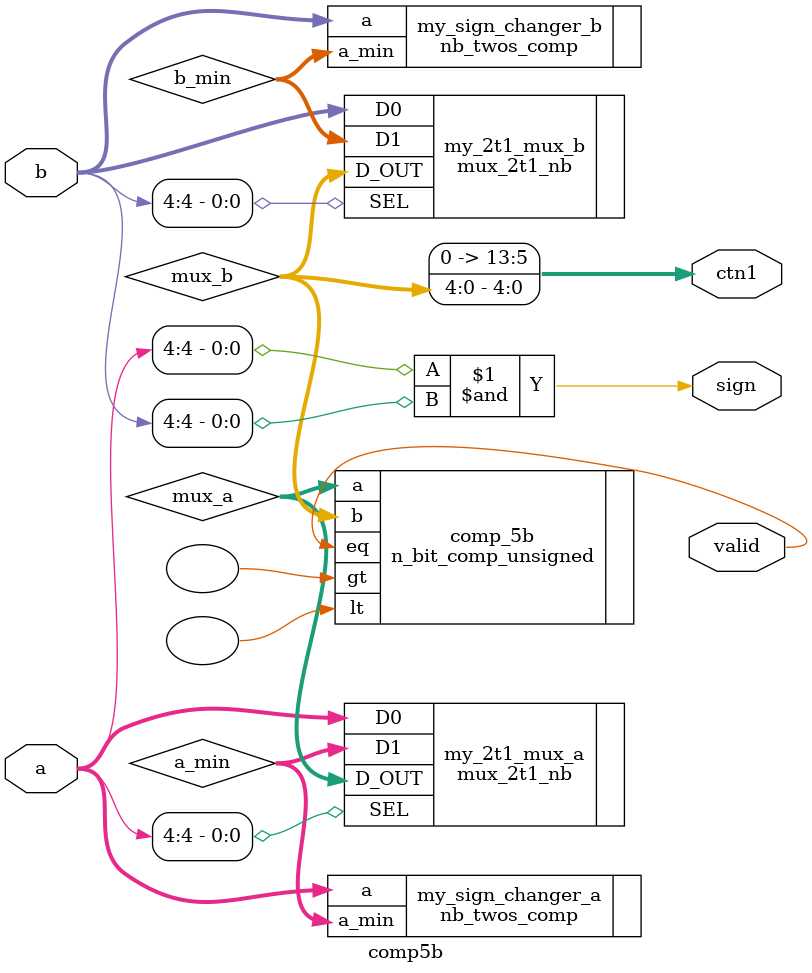
<source format=v>
`timescale 1ns / 1ps


module comp5b(a, b, sign, valid, ctn1);
    input [4:0] a, b;
    output sign, valid;
    output [13:0] ctn1;
    
        
    wire [4:0] a_min;
    wire [4:0] b_min;
    wire [4:0] mux_a;
    wire [4:0] mux_b;

    nb_twos_comp #(.n(5)) my_sign_changer_a (
        .a     (a), 
        .a_min (a_min)  
        );  
    nb_twos_comp #(.n(5)) my_sign_changer_b (
        .a     (b), 
        .a_min (b_min)  
        );  
          
    mux_2t1_nb  #(.n(5)) my_2t1_mux_a  (
         .SEL   (a[4]), 
         .D0    (a), 
         .D1    (a_min), 
         .D_OUT (mux_a) );
           
    mux_2t1_nb  #(.n(5)) my_2t1_mux_b  (
         .SEL   (b[4]), 
         .D0    (b), 
         .D1    (b_min), 
         .D_OUT (mux_b) );  
      
    n_bit_comp_unsigned #(.n(5)) comp_5b
    (.a(mux_a), .b(mux_b), .eq(valid), .lt(), .gt()
    );
    
    assign sign = a[4] & b[4];
    assign ctn1 = {9'b0_0000_0000, mux_b[4:0]};
endmodule

</source>
